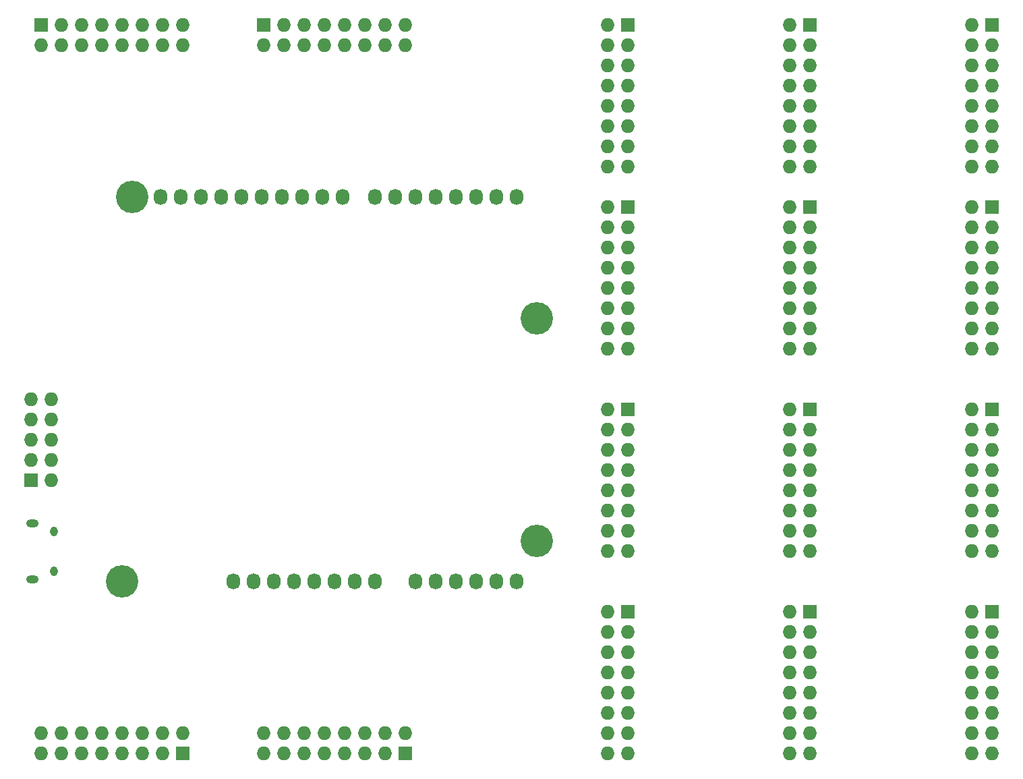
<source format=gbr>
G04 #@! TF.FileFunction,Soldermask,Bot*
%FSLAX46Y46*%
G04 Gerber Fmt 4.6, Leading zero omitted, Abs format (unit mm)*
G04 Created by KiCad (PCBNEW 4.0.1-stable) date 2016-05-03 14:33:49*
%MOMM*%
G01*
G04 APERTURE LIST*
%ADD10C,0.100000*%
%ADD11O,1.727200X2.032000*%
%ADD12C,4.064000*%
%ADD13R,1.727200X1.727200*%
%ADD14O,1.727200X1.727200*%
%ADD15O,0.950000X1.250000*%
%ADD16O,1.550000X1.000000*%
G04 APERTURE END LIST*
D10*
D11*
X56388000Y-117475000D03*
X58928000Y-117475000D03*
X61468000Y-117475000D03*
X64008000Y-117475000D03*
X66548000Y-117475000D03*
X69088000Y-117475000D03*
X71628000Y-117475000D03*
X74168000Y-117475000D03*
X79248000Y-117475000D03*
X81788000Y-117475000D03*
X84328000Y-117475000D03*
X86868000Y-117475000D03*
X89408000Y-117475000D03*
X91948000Y-117475000D03*
X47244000Y-69215000D03*
X49784000Y-69215000D03*
X52324000Y-69215000D03*
X54864000Y-69215000D03*
X57404000Y-69215000D03*
X59944000Y-69215000D03*
X62484000Y-69215000D03*
X65024000Y-69215000D03*
X67564000Y-69215000D03*
X70104000Y-69215000D03*
X74168000Y-69215000D03*
X76708000Y-69215000D03*
X79248000Y-69215000D03*
X81788000Y-69215000D03*
X84328000Y-69215000D03*
X86868000Y-69215000D03*
X89408000Y-69215000D03*
X91948000Y-69215000D03*
D12*
X42418000Y-117475000D03*
X94488000Y-112395000D03*
X43688000Y-69215000D03*
X94488000Y-84455000D03*
D13*
X32258000Y-47625000D03*
D14*
X32258000Y-50165000D03*
X34798000Y-47625000D03*
X34798000Y-50165000D03*
X37338000Y-47625000D03*
X37338000Y-50165000D03*
X39878000Y-47625000D03*
X39878000Y-50165000D03*
X42418000Y-47625000D03*
X42418000Y-50165000D03*
X44958000Y-47625000D03*
X44958000Y-50165000D03*
X47498000Y-47625000D03*
X47498000Y-50165000D03*
X50038000Y-47625000D03*
X50038000Y-50165000D03*
D13*
X60198000Y-47625000D03*
D14*
X60198000Y-50165000D03*
X62738000Y-47625000D03*
X62738000Y-50165000D03*
X65278000Y-47625000D03*
X65278000Y-50165000D03*
X67818000Y-47625000D03*
X67818000Y-50165000D03*
X70358000Y-47625000D03*
X70358000Y-50165000D03*
X72898000Y-47625000D03*
X72898000Y-50165000D03*
X75438000Y-47625000D03*
X75438000Y-50165000D03*
X77978000Y-47625000D03*
X77978000Y-50165000D03*
D13*
X50038000Y-139065000D03*
D14*
X50038000Y-136525000D03*
X47498000Y-139065000D03*
X47498000Y-136525000D03*
X44958000Y-139065000D03*
X44958000Y-136525000D03*
X42418000Y-139065000D03*
X42418000Y-136525000D03*
X39878000Y-139065000D03*
X39878000Y-136525000D03*
X37338000Y-139065000D03*
X37338000Y-136525000D03*
X34798000Y-139065000D03*
X34798000Y-136525000D03*
X32258000Y-139065000D03*
X32258000Y-136525000D03*
D13*
X77978000Y-139065000D03*
D14*
X77978000Y-136525000D03*
X75438000Y-139065000D03*
X75438000Y-136525000D03*
X72898000Y-139065000D03*
X72898000Y-136525000D03*
X70358000Y-139065000D03*
X70358000Y-136525000D03*
X67818000Y-139065000D03*
X67818000Y-136525000D03*
X65278000Y-139065000D03*
X65278000Y-136525000D03*
X62738000Y-139065000D03*
X62738000Y-136525000D03*
X60198000Y-139065000D03*
X60198000Y-136525000D03*
D13*
X30988000Y-104775000D03*
D14*
X33528000Y-104775000D03*
X30988000Y-102235000D03*
X33528000Y-102235000D03*
X30988000Y-99695000D03*
X33528000Y-99695000D03*
X30988000Y-97155000D03*
X33528000Y-97155000D03*
X30988000Y-94615000D03*
X33528000Y-94615000D03*
D13*
X105918000Y-47625000D03*
D14*
X103378000Y-47625000D03*
X105918000Y-50165000D03*
X103378000Y-50165000D03*
X105918000Y-52705000D03*
X103378000Y-52705000D03*
X105918000Y-55245000D03*
X103378000Y-55245000D03*
X105918000Y-57785000D03*
X103378000Y-57785000D03*
X105918000Y-60325000D03*
X103378000Y-60325000D03*
X105918000Y-62865000D03*
X103378000Y-62865000D03*
X105918000Y-65405000D03*
X103378000Y-65405000D03*
D13*
X105918000Y-70485000D03*
D14*
X103378000Y-70485000D03*
X105918000Y-73025000D03*
X103378000Y-73025000D03*
X105918000Y-75565000D03*
X103378000Y-75565000D03*
X105918000Y-78105000D03*
X103378000Y-78105000D03*
X105918000Y-80645000D03*
X103378000Y-80645000D03*
X105918000Y-83185000D03*
X103378000Y-83185000D03*
X105918000Y-85725000D03*
X103378000Y-85725000D03*
X105918000Y-88265000D03*
X103378000Y-88265000D03*
D13*
X105918000Y-95885000D03*
D14*
X103378000Y-95885000D03*
X105918000Y-98425000D03*
X103378000Y-98425000D03*
X105918000Y-100965000D03*
X103378000Y-100965000D03*
X105918000Y-103505000D03*
X103378000Y-103505000D03*
X105918000Y-106045000D03*
X103378000Y-106045000D03*
X105918000Y-108585000D03*
X103378000Y-108585000D03*
X105918000Y-111125000D03*
X103378000Y-111125000D03*
X105918000Y-113665000D03*
X103378000Y-113665000D03*
D13*
X105918000Y-121285000D03*
D14*
X103378000Y-121285000D03*
X105918000Y-123825000D03*
X103378000Y-123825000D03*
X105918000Y-126365000D03*
X103378000Y-126365000D03*
X105918000Y-128905000D03*
X103378000Y-128905000D03*
X105918000Y-131445000D03*
X103378000Y-131445000D03*
X105918000Y-133985000D03*
X103378000Y-133985000D03*
X105918000Y-136525000D03*
X103378000Y-136525000D03*
X105918000Y-139065000D03*
X103378000Y-139065000D03*
D15*
X33820540Y-111164100D03*
X33820540Y-116164100D03*
D16*
X31120540Y-110164100D03*
X31120540Y-117164100D03*
D13*
X128778000Y-47625000D03*
D14*
X126238000Y-47625000D03*
X128778000Y-50165000D03*
X126238000Y-50165000D03*
X128778000Y-52705000D03*
X126238000Y-52705000D03*
X128778000Y-55245000D03*
X126238000Y-55245000D03*
X128778000Y-57785000D03*
X126238000Y-57785000D03*
X128778000Y-60325000D03*
X126238000Y-60325000D03*
X128778000Y-62865000D03*
X126238000Y-62865000D03*
X128778000Y-65405000D03*
X126238000Y-65405000D03*
D13*
X128778000Y-70485000D03*
D14*
X126238000Y-70485000D03*
X128778000Y-73025000D03*
X126238000Y-73025000D03*
X128778000Y-75565000D03*
X126238000Y-75565000D03*
X128778000Y-78105000D03*
X126238000Y-78105000D03*
X128778000Y-80645000D03*
X126238000Y-80645000D03*
X128778000Y-83185000D03*
X126238000Y-83185000D03*
X128778000Y-85725000D03*
X126238000Y-85725000D03*
X128778000Y-88265000D03*
X126238000Y-88265000D03*
D13*
X128778000Y-95885000D03*
D14*
X126238000Y-95885000D03*
X128778000Y-98425000D03*
X126238000Y-98425000D03*
X128778000Y-100965000D03*
X126238000Y-100965000D03*
X128778000Y-103505000D03*
X126238000Y-103505000D03*
X128778000Y-106045000D03*
X126238000Y-106045000D03*
X128778000Y-108585000D03*
X126238000Y-108585000D03*
X128778000Y-111125000D03*
X126238000Y-111125000D03*
X128778000Y-113665000D03*
X126238000Y-113665000D03*
D13*
X128778000Y-121285000D03*
D14*
X126238000Y-121285000D03*
X128778000Y-123825000D03*
X126238000Y-123825000D03*
X128778000Y-126365000D03*
X126238000Y-126365000D03*
X128778000Y-128905000D03*
X126238000Y-128905000D03*
X128778000Y-131445000D03*
X126238000Y-131445000D03*
X128778000Y-133985000D03*
X126238000Y-133985000D03*
X128778000Y-136525000D03*
X126238000Y-136525000D03*
X128778000Y-139065000D03*
X126238000Y-139065000D03*
D13*
X151638000Y-47625000D03*
D14*
X149098000Y-47625000D03*
X151638000Y-50165000D03*
X149098000Y-50165000D03*
X151638000Y-52705000D03*
X149098000Y-52705000D03*
X151638000Y-55245000D03*
X149098000Y-55245000D03*
X151638000Y-57785000D03*
X149098000Y-57785000D03*
X151638000Y-60325000D03*
X149098000Y-60325000D03*
X151638000Y-62865000D03*
X149098000Y-62865000D03*
X151638000Y-65405000D03*
X149098000Y-65405000D03*
D13*
X151638000Y-70485000D03*
D14*
X149098000Y-70485000D03*
X151638000Y-73025000D03*
X149098000Y-73025000D03*
X151638000Y-75565000D03*
X149098000Y-75565000D03*
X151638000Y-78105000D03*
X149098000Y-78105000D03*
X151638000Y-80645000D03*
X149098000Y-80645000D03*
X151638000Y-83185000D03*
X149098000Y-83185000D03*
X151638000Y-85725000D03*
X149098000Y-85725000D03*
X151638000Y-88265000D03*
X149098000Y-88265000D03*
D13*
X151638000Y-95885000D03*
D14*
X149098000Y-95885000D03*
X151638000Y-98425000D03*
X149098000Y-98425000D03*
X151638000Y-100965000D03*
X149098000Y-100965000D03*
X151638000Y-103505000D03*
X149098000Y-103505000D03*
X151638000Y-106045000D03*
X149098000Y-106045000D03*
X151638000Y-108585000D03*
X149098000Y-108585000D03*
X151638000Y-111125000D03*
X149098000Y-111125000D03*
X151638000Y-113665000D03*
X149098000Y-113665000D03*
D13*
X151638000Y-121285000D03*
D14*
X149098000Y-121285000D03*
X151638000Y-123825000D03*
X149098000Y-123825000D03*
X151638000Y-126365000D03*
X149098000Y-126365000D03*
X151638000Y-128905000D03*
X149098000Y-128905000D03*
X151638000Y-131445000D03*
X149098000Y-131445000D03*
X151638000Y-133985000D03*
X149098000Y-133985000D03*
X151638000Y-136525000D03*
X149098000Y-136525000D03*
X151638000Y-139065000D03*
X149098000Y-139065000D03*
M02*

</source>
